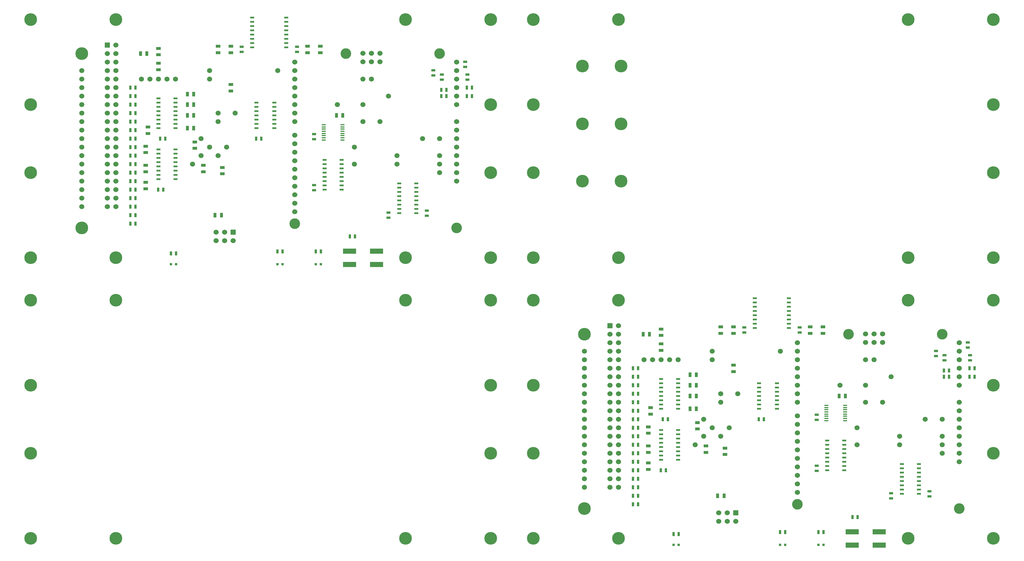
<source format=gts>
G04 (created by PCBNEW (2013-jul-07)-stable) date Sat 02 May 2015 02:19:32 PM CEST*
%MOIN*%
G04 Gerber Fmt 3.4, Leading zero omitted, Abs format*
%FSLAX34Y34*%
G01*
G70*
G90*
G04 APERTURE LIST*
%ADD10C,0.00590551*%
%ADD11C,0.1495*%
%ADD12C,0.0590551*%
%ADD13C,0.06*%
%ADD14C,0.125*%
%ADD15R,0.05X0.015*%
%ADD16R,0.045X0.02*%
%ADD17R,0.1575X0.06*%
%ADD18R,0.055X0.035*%
%ADD19R,0.035X0.055*%
%ADD20R,0.025X0.045*%
%ADD21R,0.045X0.025*%
%ADD22R,0.06X0.06*%
%ADD23R,0.0314X0.0314*%
G04 APERTURE END LIST*
G54D10*
G54D11*
X90300Y-28000D03*
X85750Y-28000D03*
X85750Y-21250D03*
X90300Y-21250D03*
X90300Y-14450D03*
X80000Y-19000D03*
X134000Y-9000D03*
X124000Y-9000D03*
X90000Y-9000D03*
X80000Y-9000D03*
X80000Y-37000D03*
X90000Y-37000D03*
X134000Y-37000D03*
X124000Y-37000D03*
X80000Y-27000D03*
X85750Y-14450D03*
X134000Y-19000D03*
X134000Y-27000D03*
X75000Y-42000D03*
X65000Y-42000D03*
X31000Y-42000D03*
X21000Y-42000D03*
X21000Y-70000D03*
X31000Y-70000D03*
X75000Y-70000D03*
X65000Y-70000D03*
X21000Y-60000D03*
X21000Y-52000D03*
X75000Y-52000D03*
X75000Y-60000D03*
X86000Y-46000D03*
X86000Y-66500D03*
G54D12*
X86000Y-61000D03*
X86000Y-63000D03*
X86000Y-58000D03*
X86000Y-50000D03*
X86000Y-52000D03*
X86000Y-54000D03*
X86000Y-56000D03*
X126000Y-56000D03*
X86000Y-59000D03*
X86000Y-57000D03*
X86000Y-55000D03*
X86000Y-53000D03*
X86000Y-51000D03*
X86000Y-49000D03*
X102000Y-58000D03*
X86000Y-60000D03*
X86000Y-62000D03*
X86000Y-64000D03*
X86000Y-48000D03*
X128000Y-60000D03*
X128000Y-59000D03*
X128000Y-58000D03*
X128000Y-56000D03*
X94000Y-49000D03*
X123000Y-58000D03*
X119000Y-52000D03*
X119000Y-49000D03*
X109000Y-48000D03*
X120000Y-49000D03*
X103000Y-57000D03*
X123000Y-59000D03*
X118000Y-57000D03*
X121000Y-54000D03*
X118000Y-59000D03*
X122000Y-51000D03*
X119000Y-54000D03*
X116000Y-52000D03*
X99000Y-59000D03*
X101000Y-57000D03*
X100000Y-58000D03*
X102000Y-53000D03*
X104000Y-53000D03*
X102000Y-54000D03*
X95000Y-49000D03*
X96000Y-49000D03*
X101000Y-48000D03*
X101000Y-49000D03*
X100000Y-56000D03*
X97000Y-49000D03*
X93000Y-49000D03*
G54D13*
X130000Y-61000D03*
X130000Y-60000D03*
X130000Y-59000D03*
X130000Y-58000D03*
X130000Y-57000D03*
X130000Y-56000D03*
X130000Y-55000D03*
X130000Y-54000D03*
X130000Y-52000D03*
X130000Y-51000D03*
X130000Y-50000D03*
X130000Y-49000D03*
X130000Y-48000D03*
X130000Y-47000D03*
X119000Y-46950D03*
X120000Y-46950D03*
X121000Y-46950D03*
X121000Y-45950D03*
X120000Y-45950D03*
X119000Y-45950D03*
X111000Y-47000D03*
X111000Y-48000D03*
X111000Y-49000D03*
X111000Y-50000D03*
X111000Y-51000D03*
X111000Y-52000D03*
X111000Y-53000D03*
X111000Y-54000D03*
X111000Y-55600D03*
X111000Y-56600D03*
X111000Y-57600D03*
X111000Y-58600D03*
X111000Y-59600D03*
X111000Y-60600D03*
X111000Y-61600D03*
X111000Y-62600D03*
X111000Y-63600D03*
X111000Y-64600D03*
G54D14*
X111000Y-66000D03*
X117000Y-46000D03*
X130000Y-66500D03*
X128000Y-46000D03*
G54D15*
X116602Y-56146D03*
X116602Y-55890D03*
X116602Y-55634D03*
X116602Y-55378D03*
X116602Y-55122D03*
X116602Y-54866D03*
X116602Y-54610D03*
X116602Y-54354D03*
X114398Y-54354D03*
X114398Y-54610D03*
X114398Y-54866D03*
X114398Y-55122D03*
X114398Y-55378D03*
X114398Y-55634D03*
X114398Y-55890D03*
X114398Y-56146D03*
G54D16*
X110000Y-45250D03*
X110000Y-44750D03*
X110000Y-44250D03*
X110000Y-43750D03*
X110000Y-43250D03*
X110000Y-42750D03*
X110000Y-42250D03*
X110000Y-41750D03*
X106000Y-41750D03*
X106000Y-42250D03*
X106000Y-42750D03*
X106000Y-43250D03*
X106000Y-43750D03*
X106000Y-44250D03*
X106000Y-44750D03*
X106000Y-45250D03*
X125250Y-64750D03*
X125250Y-64250D03*
X125250Y-63750D03*
X125250Y-63250D03*
X125250Y-62750D03*
X125250Y-62250D03*
X125250Y-61750D03*
X125250Y-61250D03*
X123250Y-61250D03*
X123250Y-61750D03*
X123250Y-62250D03*
X123250Y-62750D03*
X123250Y-63250D03*
X123250Y-63750D03*
X123250Y-64250D03*
X123250Y-64750D03*
X116500Y-62000D03*
X116500Y-61500D03*
X116500Y-61000D03*
X116500Y-60500D03*
X116500Y-60000D03*
X116500Y-59500D03*
X116500Y-59000D03*
X116500Y-58500D03*
X114500Y-58500D03*
X114500Y-59000D03*
X114500Y-59500D03*
X114500Y-60000D03*
X114500Y-60500D03*
X114500Y-61000D03*
X114500Y-61500D03*
X114500Y-62000D03*
X97000Y-60750D03*
X97000Y-60250D03*
X97000Y-59750D03*
X97000Y-59250D03*
X97000Y-58750D03*
X97000Y-58250D03*
X97000Y-57750D03*
X97000Y-57250D03*
X95000Y-57250D03*
X95000Y-57750D03*
X95000Y-58250D03*
X95000Y-58750D03*
X95000Y-59250D03*
X95000Y-59750D03*
X95000Y-60250D03*
X95000Y-60750D03*
X97000Y-54750D03*
X97000Y-54250D03*
X97000Y-53750D03*
X97000Y-53250D03*
X97000Y-52750D03*
X97000Y-52250D03*
X97000Y-51750D03*
X97000Y-51250D03*
X95000Y-51250D03*
X95000Y-51750D03*
X95000Y-52250D03*
X95000Y-52750D03*
X95000Y-53250D03*
X95000Y-53750D03*
X95000Y-54250D03*
X95000Y-54750D03*
X108600Y-54750D03*
X108600Y-54250D03*
X108600Y-53750D03*
X108600Y-53250D03*
X108600Y-52750D03*
X108600Y-52250D03*
X108600Y-51750D03*
X106500Y-51750D03*
X106500Y-52250D03*
X106500Y-52750D03*
X106500Y-53250D03*
X106500Y-53750D03*
X106500Y-54250D03*
X106500Y-54750D03*
G54D17*
X117425Y-69213D03*
X117425Y-70787D03*
X120575Y-69213D03*
X120575Y-70787D03*
G54D18*
X103500Y-50375D03*
X103500Y-49625D03*
G54D19*
X101625Y-65000D03*
X102375Y-65000D03*
X98375Y-54750D03*
X99125Y-54750D03*
X98375Y-53250D03*
X99125Y-53250D03*
X98375Y-52000D03*
X99125Y-52000D03*
X98375Y-50750D03*
X99125Y-50750D03*
G54D18*
X95000Y-46125D03*
X95000Y-45375D03*
X95000Y-47125D03*
X95000Y-47875D03*
G54D19*
X92875Y-46000D03*
X93625Y-46000D03*
G54D18*
X93500Y-61125D03*
X93500Y-61875D03*
X102000Y-45125D03*
X102000Y-45875D03*
X103500Y-45125D03*
X103500Y-45875D03*
X93500Y-59125D03*
X93500Y-59875D03*
X93500Y-57625D03*
X93500Y-56875D03*
X112500Y-45125D03*
X112500Y-45875D03*
X93750Y-54625D03*
X93750Y-55375D03*
X114000Y-45125D03*
X114000Y-45875D03*
X100250Y-59125D03*
X100250Y-59875D03*
X102500Y-59375D03*
X102500Y-60125D03*
X99250Y-57125D03*
X99250Y-56375D03*
G54D20*
X128200Y-50250D03*
X128800Y-50250D03*
X131200Y-50000D03*
X131800Y-50000D03*
X128200Y-51000D03*
X128800Y-51000D03*
X131200Y-51000D03*
X131800Y-51000D03*
G54D21*
X127250Y-48550D03*
X127250Y-47950D03*
G54D20*
X95200Y-56000D03*
X95800Y-56000D03*
X106450Y-56000D03*
X107050Y-56000D03*
X94950Y-62000D03*
X95550Y-62000D03*
X108950Y-69250D03*
X109550Y-69250D03*
X113450Y-69250D03*
X114050Y-69250D03*
G54D21*
X122000Y-64700D03*
X122000Y-65300D03*
G54D20*
X117450Y-67500D03*
X118050Y-67500D03*
X91700Y-56000D03*
X92300Y-56000D03*
G54D21*
X131250Y-49050D03*
X131250Y-48450D03*
G54D20*
X91700Y-54000D03*
X92300Y-54000D03*
X91700Y-53000D03*
X92300Y-53000D03*
X91700Y-52000D03*
X92300Y-52000D03*
X91700Y-51000D03*
X92300Y-51000D03*
X91700Y-50000D03*
X92300Y-50000D03*
X91700Y-55000D03*
X92300Y-55000D03*
X96450Y-69500D03*
X97050Y-69500D03*
G54D21*
X111250Y-45200D03*
X111250Y-45800D03*
X104750Y-45200D03*
X104750Y-45800D03*
G54D20*
X91700Y-65000D03*
X92300Y-65000D03*
G54D21*
X128250Y-48450D03*
X128250Y-49050D03*
X131000Y-46950D03*
X131000Y-47550D03*
G54D20*
X91700Y-66000D03*
X92300Y-66000D03*
X91700Y-57000D03*
X92300Y-57000D03*
X91700Y-64000D03*
X92300Y-64000D03*
X91700Y-63000D03*
X92300Y-63000D03*
X91700Y-62000D03*
X92300Y-62000D03*
X91700Y-61000D03*
X92300Y-61000D03*
X91700Y-60000D03*
X92300Y-60000D03*
X91700Y-59000D03*
X92300Y-59000D03*
X91700Y-58000D03*
X92300Y-58000D03*
G54D22*
X103750Y-67000D03*
G54D13*
X103750Y-68000D03*
X102750Y-67000D03*
X102750Y-68000D03*
X101750Y-67000D03*
X101750Y-68000D03*
G54D22*
X89000Y-45000D03*
G54D13*
X90000Y-45000D03*
X89000Y-50000D03*
X90000Y-46000D03*
X89000Y-51000D03*
X90000Y-47000D03*
X89000Y-52000D03*
X90000Y-48000D03*
X89000Y-53000D03*
X90000Y-49000D03*
X89000Y-54000D03*
X90000Y-50000D03*
X89000Y-55000D03*
X90000Y-51000D03*
X89000Y-56000D03*
X90000Y-52000D03*
X89000Y-57000D03*
X90000Y-53000D03*
X89000Y-58000D03*
X90000Y-54000D03*
X89000Y-59000D03*
X90000Y-55000D03*
X89000Y-60000D03*
X90000Y-56000D03*
X90000Y-57000D03*
X89000Y-61000D03*
X90000Y-58000D03*
X90000Y-60000D03*
X90000Y-61000D03*
X90000Y-62000D03*
X90000Y-63000D03*
X89000Y-62000D03*
X89000Y-63000D03*
X89000Y-46000D03*
X89000Y-47000D03*
X89000Y-48000D03*
X89000Y-49000D03*
X89000Y-64000D03*
X90000Y-64000D03*
X90000Y-59000D03*
G54D23*
X97045Y-70750D03*
X96455Y-70750D03*
X109545Y-70750D03*
X108955Y-70750D03*
X114045Y-70750D03*
X113455Y-70750D03*
G54D11*
X134000Y-42000D03*
X124000Y-42000D03*
X90000Y-42000D03*
X80000Y-42000D03*
X80000Y-70000D03*
X90000Y-70000D03*
X134000Y-70000D03*
X124000Y-70000D03*
X80000Y-60000D03*
X80000Y-52000D03*
X134000Y-52000D03*
X134000Y-60000D03*
G54D19*
X115875Y-53250D03*
X116625Y-53250D03*
G54D21*
X126500Y-64450D03*
X126500Y-65050D03*
X113250Y-62050D03*
X113250Y-61450D03*
X113250Y-56050D03*
X113250Y-55450D03*
G54D11*
X27000Y-13000D03*
X27000Y-33500D03*
G54D12*
X27000Y-28000D03*
X27000Y-30000D03*
X27000Y-25000D03*
X27000Y-17000D03*
X27000Y-19000D03*
X27000Y-21000D03*
X27000Y-23000D03*
X67000Y-23000D03*
X27000Y-26000D03*
X27000Y-24000D03*
X27000Y-22000D03*
X27000Y-20000D03*
X27000Y-18000D03*
X27000Y-16000D03*
X43000Y-25000D03*
X27000Y-27000D03*
X27000Y-29000D03*
X27000Y-31000D03*
X27000Y-15000D03*
X69000Y-27000D03*
X69000Y-26000D03*
X69000Y-25000D03*
X69000Y-23000D03*
X35000Y-16000D03*
X64000Y-25000D03*
X60000Y-19000D03*
X60000Y-16000D03*
X50000Y-15000D03*
X61000Y-16000D03*
X44000Y-24000D03*
X64000Y-26000D03*
X59000Y-24000D03*
X62000Y-21000D03*
X59000Y-26000D03*
X63000Y-18000D03*
X60000Y-21000D03*
X57000Y-19000D03*
X40000Y-26000D03*
X42000Y-24000D03*
X41000Y-25000D03*
X43000Y-20000D03*
X45000Y-20000D03*
X43000Y-21000D03*
X36000Y-16000D03*
X37000Y-16000D03*
X42000Y-15000D03*
X42000Y-16000D03*
X41000Y-23000D03*
X38000Y-16000D03*
X34000Y-16000D03*
G54D13*
X71000Y-28000D03*
X71000Y-27000D03*
X71000Y-26000D03*
X71000Y-25000D03*
X71000Y-24000D03*
X71000Y-23000D03*
X71000Y-22000D03*
X71000Y-21000D03*
X71000Y-19000D03*
X71000Y-18000D03*
X71000Y-17000D03*
X71000Y-16000D03*
X71000Y-15000D03*
X71000Y-14000D03*
X60000Y-13950D03*
X61000Y-13950D03*
X62000Y-13950D03*
X62000Y-12950D03*
X61000Y-12950D03*
X60000Y-12950D03*
X52000Y-14000D03*
X52000Y-15000D03*
X52000Y-16000D03*
X52000Y-17000D03*
X52000Y-18000D03*
X52000Y-19000D03*
X52000Y-20000D03*
X52000Y-21000D03*
X52000Y-22600D03*
X52000Y-23600D03*
X52000Y-24600D03*
X52000Y-25600D03*
X52000Y-26600D03*
X52000Y-27600D03*
X52000Y-28600D03*
X52000Y-29600D03*
X52000Y-30600D03*
X52000Y-31600D03*
G54D14*
X52000Y-33000D03*
X58000Y-13000D03*
X71000Y-33500D03*
X69000Y-13000D03*
G54D15*
X57602Y-23146D03*
X57602Y-22890D03*
X57602Y-22634D03*
X57602Y-22378D03*
X57602Y-22122D03*
X57602Y-21866D03*
X57602Y-21610D03*
X57602Y-21354D03*
X55398Y-21354D03*
X55398Y-21610D03*
X55398Y-21866D03*
X55398Y-22122D03*
X55398Y-22378D03*
X55398Y-22634D03*
X55398Y-22890D03*
X55398Y-23146D03*
G54D16*
X51000Y-12250D03*
X51000Y-11750D03*
X51000Y-11250D03*
X51000Y-10750D03*
X51000Y-10250D03*
X51000Y-9750D03*
X51000Y-9250D03*
X51000Y-8750D03*
X47000Y-8750D03*
X47000Y-9250D03*
X47000Y-9750D03*
X47000Y-10250D03*
X47000Y-10750D03*
X47000Y-11250D03*
X47000Y-11750D03*
X47000Y-12250D03*
X66250Y-31750D03*
X66250Y-31250D03*
X66250Y-30750D03*
X66250Y-30250D03*
X66250Y-29750D03*
X66250Y-29250D03*
X66250Y-28750D03*
X66250Y-28250D03*
X64250Y-28250D03*
X64250Y-28750D03*
X64250Y-29250D03*
X64250Y-29750D03*
X64250Y-30250D03*
X64250Y-30750D03*
X64250Y-31250D03*
X64250Y-31750D03*
X57500Y-29000D03*
X57500Y-28500D03*
X57500Y-28000D03*
X57500Y-27500D03*
X57500Y-27000D03*
X57500Y-26500D03*
X57500Y-26000D03*
X57500Y-25500D03*
X55500Y-25500D03*
X55500Y-26000D03*
X55500Y-26500D03*
X55500Y-27000D03*
X55500Y-27500D03*
X55500Y-28000D03*
X55500Y-28500D03*
X55500Y-29000D03*
X38000Y-27750D03*
X38000Y-27250D03*
X38000Y-26750D03*
X38000Y-26250D03*
X38000Y-25750D03*
X38000Y-25250D03*
X38000Y-24750D03*
X38000Y-24250D03*
X36000Y-24250D03*
X36000Y-24750D03*
X36000Y-25250D03*
X36000Y-25750D03*
X36000Y-26250D03*
X36000Y-26750D03*
X36000Y-27250D03*
X36000Y-27750D03*
X38000Y-21750D03*
X38000Y-21250D03*
X38000Y-20750D03*
X38000Y-20250D03*
X38000Y-19750D03*
X38000Y-19250D03*
X38000Y-18750D03*
X38000Y-18250D03*
X36000Y-18250D03*
X36000Y-18750D03*
X36000Y-19250D03*
X36000Y-19750D03*
X36000Y-20250D03*
X36000Y-20750D03*
X36000Y-21250D03*
X36000Y-21750D03*
X49600Y-21750D03*
X49600Y-21250D03*
X49600Y-20750D03*
X49600Y-20250D03*
X49600Y-19750D03*
X49600Y-19250D03*
X49600Y-18750D03*
X47500Y-18750D03*
X47500Y-19250D03*
X47500Y-19750D03*
X47500Y-20250D03*
X47500Y-20750D03*
X47500Y-21250D03*
X47500Y-21750D03*
G54D17*
X58425Y-36213D03*
X58425Y-37787D03*
X61575Y-36213D03*
X61575Y-37787D03*
G54D18*
X44500Y-17375D03*
X44500Y-16625D03*
G54D19*
X42625Y-32000D03*
X43375Y-32000D03*
X39375Y-21750D03*
X40125Y-21750D03*
X39375Y-20250D03*
X40125Y-20250D03*
X39375Y-19000D03*
X40125Y-19000D03*
X39375Y-17750D03*
X40125Y-17750D03*
G54D18*
X36000Y-13125D03*
X36000Y-12375D03*
X36000Y-14125D03*
X36000Y-14875D03*
G54D19*
X33875Y-13000D03*
X34625Y-13000D03*
G54D18*
X34500Y-28125D03*
X34500Y-28875D03*
X43000Y-12125D03*
X43000Y-12875D03*
X44500Y-12125D03*
X44500Y-12875D03*
X34500Y-26125D03*
X34500Y-26875D03*
X34500Y-24625D03*
X34500Y-23875D03*
X53500Y-12125D03*
X53500Y-12875D03*
X34750Y-21625D03*
X34750Y-22375D03*
X55000Y-12125D03*
X55000Y-12875D03*
X41250Y-26125D03*
X41250Y-26875D03*
X43500Y-26375D03*
X43500Y-27125D03*
X40250Y-24125D03*
X40250Y-23375D03*
G54D20*
X69200Y-17250D03*
X69800Y-17250D03*
X72200Y-17000D03*
X72800Y-17000D03*
X69200Y-18000D03*
X69800Y-18000D03*
X72200Y-18000D03*
X72800Y-18000D03*
G54D21*
X68250Y-15550D03*
X68250Y-14950D03*
G54D20*
X36200Y-23000D03*
X36800Y-23000D03*
X47450Y-23000D03*
X48050Y-23000D03*
X35950Y-29000D03*
X36550Y-29000D03*
X49950Y-36250D03*
X50550Y-36250D03*
X54450Y-36250D03*
X55050Y-36250D03*
G54D21*
X63000Y-31700D03*
X63000Y-32300D03*
G54D20*
X58450Y-34500D03*
X59050Y-34500D03*
X32700Y-23000D03*
X33300Y-23000D03*
G54D21*
X72250Y-16050D03*
X72250Y-15450D03*
G54D20*
X32700Y-21000D03*
X33300Y-21000D03*
X32700Y-20000D03*
X33300Y-20000D03*
X32700Y-19000D03*
X33300Y-19000D03*
X32700Y-18000D03*
X33300Y-18000D03*
X32700Y-17000D03*
X33300Y-17000D03*
X32700Y-22000D03*
X33300Y-22000D03*
X37450Y-36500D03*
X38050Y-36500D03*
G54D21*
X52250Y-12200D03*
X52250Y-12800D03*
X45750Y-12200D03*
X45750Y-12800D03*
G54D20*
X32700Y-32000D03*
X33300Y-32000D03*
G54D21*
X69250Y-15450D03*
X69250Y-16050D03*
X72000Y-13950D03*
X72000Y-14550D03*
G54D20*
X32700Y-33000D03*
X33300Y-33000D03*
X32700Y-24000D03*
X33300Y-24000D03*
X32700Y-31000D03*
X33300Y-31000D03*
X32700Y-30000D03*
X33300Y-30000D03*
X32700Y-29000D03*
X33300Y-29000D03*
X32700Y-28000D03*
X33300Y-28000D03*
X32700Y-27000D03*
X33300Y-27000D03*
X32700Y-26000D03*
X33300Y-26000D03*
X32700Y-25000D03*
X33300Y-25000D03*
G54D22*
X44750Y-34000D03*
G54D13*
X44750Y-35000D03*
X43750Y-34000D03*
X43750Y-35000D03*
X42750Y-34000D03*
X42750Y-35000D03*
G54D22*
X30000Y-12000D03*
G54D13*
X31000Y-12000D03*
X30000Y-17000D03*
X31000Y-13000D03*
X30000Y-18000D03*
X31000Y-14000D03*
X30000Y-19000D03*
X31000Y-15000D03*
X30000Y-20000D03*
X31000Y-16000D03*
X30000Y-21000D03*
X31000Y-17000D03*
X30000Y-22000D03*
X31000Y-18000D03*
X30000Y-23000D03*
X31000Y-19000D03*
X30000Y-24000D03*
X31000Y-20000D03*
X30000Y-25000D03*
X31000Y-21000D03*
X30000Y-26000D03*
X31000Y-22000D03*
X30000Y-27000D03*
X31000Y-23000D03*
X31000Y-24000D03*
X30000Y-28000D03*
X31000Y-25000D03*
X31000Y-27000D03*
X31000Y-28000D03*
X31000Y-29000D03*
X31000Y-30000D03*
X30000Y-29000D03*
X30000Y-30000D03*
X30000Y-13000D03*
X30000Y-14000D03*
X30000Y-15000D03*
X30000Y-16000D03*
X30000Y-31000D03*
X31000Y-31000D03*
X31000Y-26000D03*
G54D23*
X38045Y-37750D03*
X37455Y-37750D03*
X50545Y-37750D03*
X49955Y-37750D03*
X55045Y-37750D03*
X54455Y-37750D03*
G54D11*
X75000Y-9000D03*
X65000Y-9000D03*
X31000Y-9000D03*
X21000Y-9000D03*
X21000Y-37000D03*
X31000Y-37000D03*
X75000Y-37000D03*
X65000Y-37000D03*
X21000Y-27000D03*
X21000Y-19000D03*
X75000Y-19000D03*
X75000Y-27000D03*
G54D19*
X56875Y-20250D03*
X57625Y-20250D03*
G54D21*
X67500Y-31450D03*
X67500Y-32050D03*
X54250Y-29050D03*
X54250Y-28450D03*
X54250Y-23050D03*
X54250Y-22450D03*
M02*

</source>
